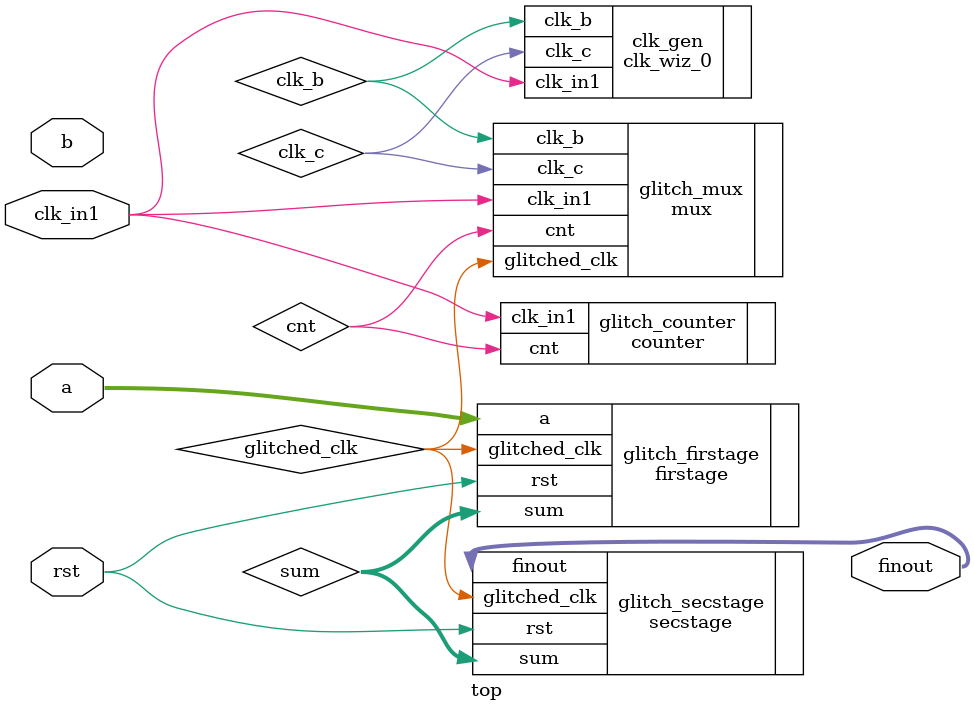
<source format=sv>
`timescale 1ns / 1ps

module top (
    input logic clk_in1,      // Main system clock (FPGA clock)
    input logic rst, 
    input logic [3:0] a,
    input logic [3:0] b,         // Reset button
    output logic [4:0] finout// LED output
);

   
    logic clk_b, clk_c;  // Clock wizard outputs
    logic cnt;           // Counter output for glitch control
    logic glitched_clk;  // Glitch-injected clock signal
    logic [4:0] sum;
  
    clk_wiz_0 clk_gen (
        .clk_b(clk_b),
        .clk_c(clk_c),
        .clk_in1(clk_in1)
        //.reset(rst)
    );

  
    counter glitch_counter (
        .clk_in1(clk_in1),
        .cnt(cnt)
    );


    mux glitch_mux (
        .clk_b(clk_b),
        .clk_c(clk_c),
        .cnt(cnt),
        .clk_in1(clk_in1),
        .glitched_clk(glitched_clk)
    );

  
    firstage glitch_firstage(
        
        .glitched_clk(glitched_clk),
        .rst(rst),
        .a(a),
       //.b(b),
        .sum(sum)
    );

 secstage glitch_secstage(
        
        .glitched_clk(glitched_clk),
        .rst(rst),
        .sum(sum),
       //.b(b),
        .finout(finout)
    );
endmodule


</source>
